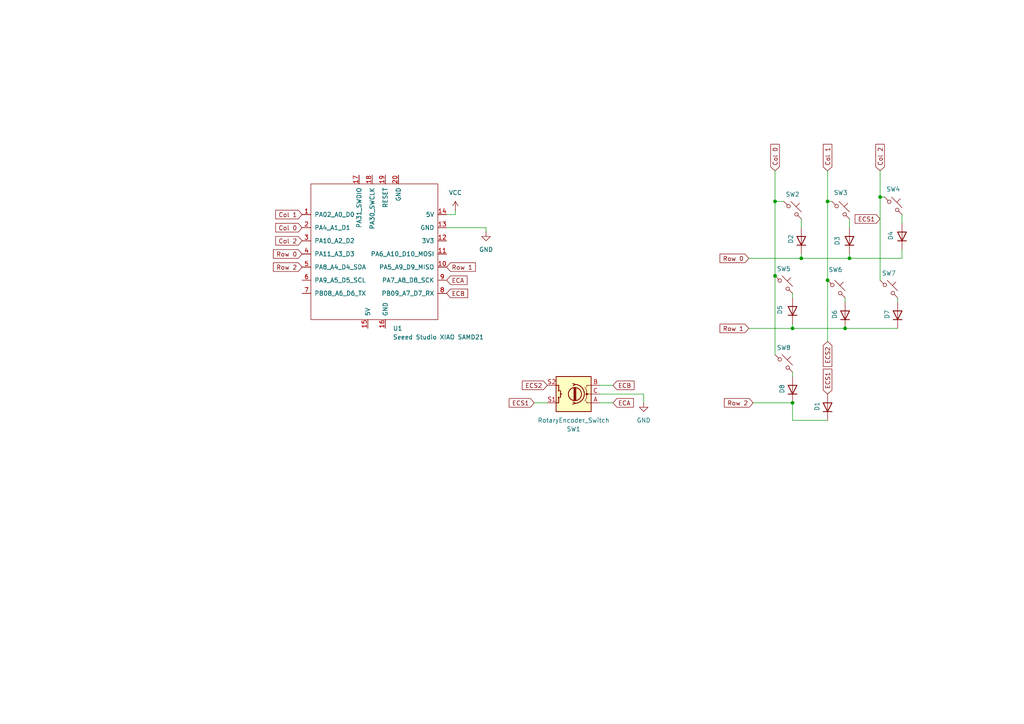
<source format=kicad_sch>
(kicad_sch (version 20231120) (generator "eeschema") (generator_version "8.0")
  (paper "A4")
  (lib_symbols
    (symbol "Device:RotaryEncoder_Switch" (pin_names (offset 0.254) hide)
      (property "Reference" "SW" (at 0 6.604 0))
      (property "Value" "RotaryEncoder_Switch" (at 0 -6.604 0))
      (symbol "RotaryEncoder_Switch_0_1"
        (rectangle (start -5.08 5.08) (end 5.08 -5.08) (stroke (width 0.254)) (fill (type background)))
        (circle (center -3.81 0) (radius 0.254) (fill (type outline)))
        (circle (center -0.381 0) (radius 1.905) (stroke (width 0.254)))
        (arc (start -0.381 2.667) (mid -3.0988 -0.0635) (end -0.381 -2.794) (stroke (width 0.254)))
        (polyline (pts (xy -0.635 -1.778) (xy -0.635 1.778)) (stroke (width 0.254)))
        (polyline (pts (xy -0.381 -1.778) (xy -0.381 1.778)) (stroke (width 0.254)))
        (polyline (pts (xy -0.127 1.778) (xy -0.127 -1.778)) (stroke (width 0.254)))
        (polyline (pts (xy 3.81 0) (xy 3.429 0)) (stroke (width 0.254)))
        (polyline (pts (xy 3.81 1.016) (xy 3.81 -1.016)) (stroke (width 0.254)))
        (polyline (pts (xy -5.08 -2.54) (xy -3.81 -2.54) (xy -3.81 -2.032)))
        (polyline (pts (xy -5.08 2.54) (xy -3.81 2.54) (xy -3.81 2.032)))
        (polyline (pts (xy 0.254 -3.048) (xy -0.508 -2.794) (xy 0.127 -2.413)) (stroke (width 0.254)))
        (polyline (pts (xy 0.254 2.921) (xy -0.508 2.667) (xy 0.127 2.286)) (stroke (width 0.254)))
        (polyline (pts (xy 5.08 -2.54) (xy 4.318 -2.54) (xy 4.318 -1.016)) (stroke (width 0.254)))
        (polyline (pts (xy 5.08 2.54) (xy 4.318 2.54) (xy 4.318 1.016)) (stroke (width 0.254)))
        (polyline (pts (xy -5.08 0) (xy -3.81 0) (xy -3.81 -1.016) (xy -3.302 -2.032)))
        (polyline (pts (xy -4.318 0) (xy -3.81 0) (xy -3.81 1.016) (xy -3.302 2.032)))
        (circle (center 4.318 -1.016) (radius 0.127) (stroke (width 0.254)))
        (circle (center 4.318 1.016) (radius 0.127) (stroke (width 0.254)))
      )
      (symbol "RotaryEncoder_Switch_1_1"
        (pin passive line (at -7.62 2.54 0) (length 2.54) (name "A") (number "A"))
        (pin passive line (at -7.62 -2.54 0) (length 2.54) (name "B") (number "B"))
        (pin passive line (at -7.62 0 0) (length 2.54) (name "C") (number "C"))
        (pin passive line (at 7.62 2.54 180) (length 2.54) (name "S1") (number "S1"))
        (pin passive line (at 7.62 -2.54 180) (length 2.54) (name "S2") (number "S2"))
      )
    )
    (symbol "Diode:1N4148WT" (pin_numbers hide) (pin_names hide)
      (property "Reference" "D" (at 0 2.54 0))
      (property "Value" "1N4148WT" (at 0 -2.54 0))
      (symbol "1N4148WT_0_1"
        (polyline (pts (xy -1.27 1.27) (xy -1.27 -1.27)) (stroke (width 0.254)))
        (polyline (pts (xy 1.27 0) (xy -1.27 0)))
        (polyline (pts (xy 1.27 1.27) (xy 1.27 -1.27) (xy -1.27 0) (xy 1.27 1.27)) (stroke (width 0.254)))
      )
      (symbol "1N4148WT_1_1"
        (pin passive line (at -3.81 0 0) (length 2.54) (name "K") (number "1"))
        (pin passive line (at 3.81 0 180) (length 2.54) (name "A") (number "2"))
      )
    )
    (symbol "Seeed_Studio_XIAO_Series:Seeed Studio XIAO SAMD21" (pin_names (offset 1.016))
      (property "Reference" "U" (at -19.05 22.86 0))
      (property "Value" "Seeed Studio XIAO SAMD21" (at -12.7 21.59 0))
      (symbol "Seeed Studio XIAO SAMD21_0_1"
        (rectangle (start -19.05 20.32) (end 17.78 -19.05))
      )
      (symbol "Seeed Studio XIAO SAMD21_1_1"
        (pin unspecified line (at -21.59 11.43 0) (length 2.54) (name "PA02_A0_D0") (number "1"))
        (pin unspecified line (at 20.32 -3.81 180) (length 2.54) (name "PA5_A9_D9_MISO") (number "10"))
        (pin unspecified line (at 20.32 0 180) (length 2.54) (name "PA6_A10_D10_MOSI") (number "11"))
        (pin unspecified line (at 20.32 3.81 180) (length 2.54) (name "3V3") (number "12"))
        (pin unspecified line (at 20.32 7.62 180) (length 2.54) (name "GND") (number "13"))
        (pin unspecified line (at 20.32 11.43 180) (length 2.54) (name "5V") (number "14"))
        (pin input line (at -2.54 -21.59 90) (length 2.54) (name "5V") (number "15"))
        (pin input line (at 2.54 -21.59 90) (length 2.54) (name "GND") (number "16"))
        (pin input line (at -5.08 22.86 270) (length 2.54) (name "PA31_SWDIO") (number "17"))
        (pin input line (at -1.27 22.86 270) (length 2.54) (name "PA30_SWCLK") (number "18"))
        (pin input line (at 2.54 22.86 270) (length 2.54) (name "RESET") (number "19"))
        (pin unspecified line (at -21.59 7.62 0) (length 2.54) (name "PA4_A1_D1") (number "2"))
        (pin input line (at 6.35 22.86 270) (length 2.54) (name "GND") (number "20"))
        (pin unspecified line (at -21.59 3.81 0) (length 2.54) (name "PA10_A2_D2") (number "3"))
        (pin unspecified line (at -21.59 0 0) (length 2.54) (name "PA11_A3_D3") (number "4"))
        (pin unspecified line (at -21.59 -3.81 0) (length 2.54) (name "PA8_A4_D4_SDA") (number "5"))
        (pin unspecified line (at -21.59 -7.62 0) (length 2.54) (name "PA9_A5_D5_SCL") (number "6"))
        (pin unspecified line (at -21.59 -11.43 0) (length 2.54) (name "PB08_A6_D6_TX") (number "7"))
        (pin unspecified line (at 20.32 -11.43 180) (length 2.54) (name "PB09_A7_D7_RX") (number "8"))
        (pin unspecified line (at 20.32 -7.62 180) (length 2.54) (name "PA7_A8_D8_SCK") (number "9"))
      )
    )
    (symbol "Switch:SW_Push_45deg" (pin_numbers hide) (pin_names (offset 1.016) hide)
      (property "Reference" "SW" (at 3.048 1.016 0))
      (property "Value" "SW_Push_45deg" (at 0 -3.81 0))
      (symbol "SW_Push_45deg_0_1"
        (circle (center -1.1684 1.1684) (radius 0.508))
        (polyline (pts (xy -0.508 2.54) (xy 2.54 -0.508)))
        (polyline (pts (xy 1.016 1.016) (xy 2.032 2.032)))
        (polyline (pts (xy -2.54 2.54) (xy -1.524 1.524) (xy -1.524 1.524)))
        (polyline (pts (xy 1.524 -1.524) (xy 2.54 -2.54) (xy 2.54 -2.54) (xy 2.54 -2.54)))
        (circle (center 1.143 -1.1938) (radius 0.508))
        (pin passive line (at -2.54 2.54 0) (length 0) (name "1") (number "1"))
        (pin passive line (at 2.54 -2.54 180) (length 0) (name "2") (number "2"))
      )
    )
    (symbol "power:GND" (power) (pin_numbers hide) (pin_names (offset 0) hide)
      (property "Value" "GND" (at 0 -3.81 0))
      (symbol "GND_0_1"
        (polyline (pts (xy 0 0) (xy 0 -1.27) (xy 1.27 -1.27) (xy 0 -2.54) (xy -1.27 -1.27) (xy 0 -1.27)))
      )
      (symbol "GND_1_1"
        (pin power_in line (at 0 0 270) (length 0) (name "~") (number "1"))
      )
    )
    (symbol "power:VCC" (power) (pin_numbers hide) (pin_names (offset 0) hide)
      (property "Value" "VCC" (at 0 3.556 0))
      (symbol "VCC_0_1"
        (polyline (pts (xy -0.762 1.27) (xy 0 2.54)))
        (polyline (pts (xy 0 0) (xy 0 2.54)))
        (polyline (pts (xy 0 2.54) (xy 0.762 1.27)))
      )
      (symbol "VCC_1_1"
        (pin power_in line (at 0 0 90) (length 0) (name "~") (number "1"))
      )
    )
  )
  (junction (at 240.03 58.42))
  (junction (at 232.41 74.93))
  (junction (at 229.87 116.84))
  (junction (at 224.79 58.42))
  (junction (at 255.27 57.15))
  (junction (at 246.38 74.93))
  (junction (at 224.79 80.01))
  (junction (at 229.87 95.25))
  (junction (at 240.03 81.28))
  (junction (at 245.11 95.25))
  (wire (pts (xy 186.69 114.3) (xy 186.69 116.84)))
  (wire (pts (xy 229.87 107.95) (xy 229.87 109.22)))
  (wire (pts (xy 140.97 66.04) (xy 140.97 67.31)))
  (wire (pts (xy 260.35 86.36) (xy 260.35 87.63)))
  (wire (pts (xy 129.54 62.23) (xy 132.08 62.23)))
  (wire (pts (xy 261.62 62.23) (xy 261.62 64.77)))
  (wire (pts (xy 229.87 85.09) (xy 229.87 86.36)))
  (wire (pts (xy 232.41 74.93) (xy 232.41 73.66)))
  (wire (pts (xy 154.94 116.84) (xy 158.75 116.84)))
  (wire (pts (xy 246.38 74.93) (xy 246.38 73.66)))
  (wire (pts (xy 224.79 58.42) (xy 224.79 80.01)))
  (wire (pts (xy 217.17 95.25) (xy 229.87 95.25)))
  (wire (pts (xy 229.87 121.92) (xy 229.87 116.84)))
  (wire (pts (xy 173.99 111.76) (xy 177.8 111.76)))
  (wire (pts (xy 132.08 62.23) (xy 132.08 60.96)))
  (wire (pts (xy 240.03 49.53) (xy 240.03 58.42)))
  (wire (pts (xy 240.03 58.42) (xy 240.03 81.28)))
  (wire (pts (xy 173.99 116.84) (xy 177.8 116.84)))
  (wire (pts (xy 173.99 114.3) (xy 186.69 114.3)))
  (wire (pts (xy 229.87 95.25) (xy 245.11 95.25)))
  (wire (pts (xy 245.11 86.36) (xy 245.11 87.63)))
  (wire (pts (xy 261.62 74.93) (xy 261.62 72.39)))
  (wire (pts (xy 246.38 63.5) (xy 246.38 66.04)))
  (wire (pts (xy 255.27 57.15) (xy 255.27 49.53)))
  (wire (pts (xy 240.03 121.92) (xy 229.87 121.92)))
  (wire (pts (xy 217.17 74.93) (xy 232.41 74.93)))
  (wire (pts (xy 232.41 63.5) (xy 232.41 66.04)))
  (wire (pts (xy 227.33 58.42) (xy 224.79 58.42)))
  (wire (pts (xy 245.11 95.25) (xy 260.35 95.25)))
  (wire (pts (xy 218.44 116.84) (xy 229.87 116.84)))
  (wire (pts (xy 255.27 57.15) (xy 255.27 81.28)))
  (wire (pts (xy 224.79 49.53) (xy 224.79 58.42)))
  (wire (pts (xy 229.87 95.25) (xy 229.87 93.98)))
  (wire (pts (xy 129.54 66.04) (xy 140.97 66.04)))
  (wire (pts (xy 232.41 74.93) (xy 246.38 74.93)))
  (wire (pts (xy 240.03 81.28) (xy 240.03 99.06)))
  (wire (pts (xy 240.03 58.42) (xy 241.3 58.42)))
  (wire (pts (xy 224.79 80.01) (xy 224.79 102.87)))
  (wire (pts (xy 256.54 57.15) (xy 255.27 57.15)))
  (wire (pts (xy 246.38 74.93) (xy 261.62 74.93)))
  (global_label "Col 1" (shape input) (at 240.03 49.53 90) (property "Intersheetrefs" "${INTERSHEET_REFS}" (effects (hide yes))))
  (global_label "Row 1" (shape input) (at 129.54 77.47 0) (property "Intersheetrefs" "${INTERSHEET_REFS}" (effects (hide yes))))
  (global_label "Row 2" (shape input) (at 87.63 77.47 180) (property "Intersheetrefs" "${INTERSHEET_REFS}" (effects (hide yes))))
  (global_label "ECS1" (shape input) (at 255.27 63.5 180) (property "Intersheetrefs" "${INTERSHEET_REFS}" (effects (hide yes))))
  (global_label "Col 2" (shape input) (at 87.63 69.85 180) (property "Intersheetrefs" "${INTERSHEET_REFS}" (effects (hide yes))))
  (global_label "Row 2" (shape input) (at 218.44 116.84 180) (property "Intersheetrefs" "${INTERSHEET_REFS}" (effects (hide yes))))
  (global_label "ECB" (shape input) (at 177.8 111.76 0) (property "Intersheetrefs" "${INTERSHEET_REFS}" (effects (hide yes))))
  (global_label "Row 0" (shape input) (at 217.17 74.93 180) (property "Intersheetrefs" "${INTERSHEET_REFS}" (effects (hide yes))))
  (global_label "ECA" (shape input) (at 177.8 116.84 0) (property "Intersheetrefs" "${INTERSHEET_REFS}" (effects (hide yes))))
  (global_label "Col 1" (shape input) (at 87.63 62.23 180) (property "Intersheetrefs" "${INTERSHEET_REFS}" (effects (hide yes))))
  (global_label "ECA" (shape input) (at 129.54 81.28 0) (property "Intersheetrefs" "${INTERSHEET_REFS}" (effects (hide yes))))
  (global_label "Col 2" (shape input) (at 255.27 49.53 90) (property "Intersheetrefs" "${INTERSHEET_REFS}" (effects (hide yes))))
  (global_label "Row 1" (shape input) (at 217.17 95.25 180) (property "Intersheetrefs" "${INTERSHEET_REFS}" (effects (hide yes))))
  (global_label "ECS1" (shape input) (at 240.03 114.3 90) (property "Intersheetrefs" "${INTERSHEET_REFS}" (effects (hide yes))))
  (global_label "ECS2" (shape input) (at 158.75 111.76 180) (property "Intersheetrefs" "${INTERSHEET_REFS}" (effects (hide yes))))
  (global_label "ECB" (shape input) (at 129.54 85.09 0) (property "Intersheetrefs" "${INTERSHEET_REFS}" (effects (hide yes))))
  (global_label "Col 0" (shape input) (at 224.79 49.53 90) (property "Intersheetrefs" "${INTERSHEET_REFS}" (effects (hide yes))))
  (global_label "Row 0" (shape input) (at 87.63 73.66 180) (property "Intersheetrefs" "${INTERSHEET_REFS}" (effects (hide yes))))
  (global_label "Col 0" (shape input) (at 87.63 66.04 180) (property "Intersheetrefs" "${INTERSHEET_REFS}" (effects (hide yes))))
  (global_label "ECS2" (shape input) (at 240.03 99.06 270) (property "Intersheetrefs" "${INTERSHEET_REFS}" (effects (hide yes))))
  (global_label "ECS1" (shape input) (at 154.94 116.84 180) (property "Intersheetrefs" "${INTERSHEET_REFS}" (effects (hide yes))))
  (symbol (lib_id "Diode:1N4148WT") (at 229.87 113.03 90) (unit 1)
    (property "Reference" "D8" (at 226.822 112.776 0))
    (property "Value" "1N4148WT" (effects (hide yes)))
    (property "Footprint" "Diode_THT:D_DO-35_SOD27_P7.62mm_Horizontal" (effects (hide yes)))
    (property "Datasheet" "https://www.diodes.com/assets/Datasheets/ds30396.pdf" (effects (hide yes)))
    (property "Description" "75V 0.15A Fast switching Diode, SOD-523" (effects (hide yes)))
    (property "Sim.Device" "D" (effects (hide yes)))
    (property "Sim.Pins" "1=K 2=A" (effects (hide yes)))
  )
  (symbol (lib_id "Switch:SW_Push_45deg") (at 227.33 105.41 0) (unit 1)
    (property "Reference" "SW8" (at 227.33 100.838 0))
    (property "Value" "SW_Push_45deg" (effects (hide yes)))
    (property "Footprint" "Button_Switch_Keyboard:SW_Cherry_MX_1.00u_PCB" (effects (hide yes)))
    (property "Description" "Push button switch, normally open, two pins, 45° tilted" (effects (hide yes)))
  )
  (symbol (lib_id "power:VCC") (at 132.08 60.96 0) (unit 1)
    (property "Reference" "#PWR03" (effects (hide yes)))
    (property "Value" "VCC" (at 132.08 55.88 0))
    (property "Description" "Power symbol creates a global label with name \"VCC\"" (effects (hide yes)))
  )
  (symbol (lib_id "Switch:SW_Push_45deg") (at 257.81 83.82 0) (unit 1)
    (property "Reference" "SW7" (at 257.81 79.248 0))
    (property "Value" "SW_Push_45deg" (effects (hide yes)))
    (property "Footprint" "Button_Switch_Keyboard:SW_Cherry_MX_1.00u_PCB" (effects (hide yes)))
    (property "Description" "Push button switch, normally open, two pins, 45° tilted" (effects (hide yes)))
  )
  (symbol (lib_id "power:GND") (at 186.69 116.84 0) (unit 1)
    (property "Reference" "#PWR02" (effects (hide yes)))
    (property "Value" "GND" (at 186.69 121.92 0))
    (property "Description" "Power symbol creates a global label with name \"GND\" , ground" (effects (hide yes)))
  )
  (symbol (lib_id "Diode:1N4148WT") (at 229.87 90.17 90) (unit 1)
    (property "Reference" "D5" (at 226.1874 89.8606 0))
    (property "Value" "1N4148WT" (effects (hide yes)))
    (property "Footprint" "Diode_THT:D_DO-35_SOD27_P7.62mm_Horizontal" (effects (hide yes)))
    (property "Datasheet" "https://www.diodes.com/assets/Datasheets/ds30396.pdf" (effects (hide yes)))
    (property "Description" "75V 0.15A Fast switching Diode, SOD-523" (effects (hide yes)))
    (property "Sim.Device" "D" (effects (hide yes)))
    (property "Sim.Pins" "1=K 2=A" (effects (hide yes)))
  )
  (symbol (lib_id "Diode:1N4148WT") (at 260.35 91.44 90) (unit 1)
    (property "Reference" "D7" (at 257.302 91.186 0))
    (property "Value" "1N4148WT" (effects (hide yes)))
    (property "Footprint" "Diode_THT:D_DO-35_SOD27_P7.62mm_Horizontal" (effects (hide yes)))
    (property "Datasheet" "https://www.diodes.com/assets/Datasheets/ds30396.pdf" (effects (hide yes)))
    (property "Description" "75V 0.15A Fast switching Diode, SOD-523" (effects (hide yes)))
    (property "Sim.Device" "D" (effects (hide yes)))
    (property "Sim.Pins" "1=K 2=A" (effects (hide yes)))
  )
  (symbol (lib_id "Device:RotaryEncoder_Switch") (at 166.37 114.3 180) (unit 1)
    (property "Reference" "SW1" (at 166.37 124.46 0))
    (property "Value" "RotaryEncoder_Switch" (at 166.37 121.92 0))
    (property "Footprint" "Rotary_Encoder:RotaryEncoder_Alps_EC11E-Switch_Vertical_H20mm" (effects (hide yes)))
    (property "Description" "Rotary encoder, dual channel, incremental quadrate outputs, with switch" (effects (hide yes)))
  )
  (symbol (lib_id "Diode:1N4148WT") (at 246.38 69.85 90) (unit 1)
    (property "Reference" "D3" (at 242.824 69.85 0))
    (property "Value" "1N4148WT" (effects (hide yes)))
    (property "Footprint" "Diode_THT:D_DO-35_SOD27_P7.62mm_Horizontal" (effects (hide yes)))
    (property "Datasheet" "https://www.diodes.com/assets/Datasheets/ds30396.pdf" (effects (hide yes)))
    (property "Description" "75V 0.15A Fast switching Diode, SOD-523" (effects (hide yes)))
    (property "Sim.Device" "D" (effects (hide yes)))
    (property "Sim.Pins" "1=K 2=A" (effects (hide yes)))
  )
  (symbol (lib_id "Seeed_Studio_XIAO_Series:Seeed Studio XIAO SAMD21") (at 109.22 73.66 0) (unit 1)
    (property "Reference" "U1" (at 113.9541 95.25 0) (effects (justify left)))
    (property "Value" "Seeed Studio XIAO SAMD21" (at 113.9541 97.79 0) (effects (justify left)))
    (property "Footprint" "Seeed Studio XIAO Series Library:XIAO-Generic-Thruhole-14P-2.54-21X17.8MM" (effects (hide yes)))
  )
  (symbol (lib_id "Switch:SW_Push_45deg") (at 227.33 82.55 0) (unit 1)
    (property "Reference" "SW5" (at 227.33 77.978 0))
    (property "Value" "SW_Push_45deg" (effects (hide yes)))
    (property "Footprint" "Button_Switch_Keyboard:SW_Cherry_MX_1.00u_PCB" (effects (hide yes)))
    (property "Description" "Push button switch, normally open, two pins, 45° tilted" (effects (hide yes)))
  )
  (symbol (lib_id "Diode:1N4148WT") (at 261.62 68.58 90) (unit 1)
    (property "Reference" "D4" (at 258.318 68.326 0))
    (property "Value" "1N4148WT" (effects (hide yes)))
    (property "Footprint" "Diode_THT:D_DO-35_SOD27_P7.62mm_Horizontal" (effects (hide yes)))
    (property "Datasheet" "https://www.diodes.com/assets/Datasheets/ds30396.pdf" (effects (hide yes)))
    (property "Description" "75V 0.15A Fast switching Diode, SOD-523" (effects (hide yes)))
    (property "Sim.Device" "D" (effects (hide yes)))
    (property "Sim.Pins" "1=K 2=A" (effects (hide yes)))
  )
  (symbol (lib_id "Switch:SW_Push_45deg") (at 259.08 59.69 0) (unit 1)
    (property "Reference" "SW4" (at 259.08 54.864 0))
    (property "Value" "SW_Push_45deg" (effects (hide yes)))
    (property "Footprint" "Button_Switch_Keyboard:SW_Cherry_MX_1.00u_PCB" (effects (hide yes)))
    (property "Description" "Push button switch, normally open, two pins, 45° tilted" (effects (hide yes)))
  )
  (symbol (lib_id "power:GND") (at 140.97 67.31 0) (unit 1)
    (property "Reference" "#PWR01" (effects (hide yes)))
    (property "Value" "GND" (at 140.97 72.39 0))
    (property "Description" "Power symbol creates a global label with name \"GND\" , ground" (effects (hide yes)))
  )
  (symbol (lib_id "Switch:SW_Push_45deg") (at 243.84 60.96 0) (unit 1)
    (property "Reference" "SW3" (at 243.84 55.88 0))
    (property "Value" "SW_Push_45deg" (effects (hide yes)))
    (property "Footprint" "Button_Switch_Keyboard:SW_Cherry_MX_1.00u_PCB" (effects (hide yes)))
    (property "Description" "Push button switch, normally open, two pins, 45° tilted" (effects (hide yes)))
  )
  (symbol (lib_id "Switch:SW_Push_45deg") (at 242.57 83.82 0) (unit 1)
    (property "Reference" "SW6" (at 242.316 78.232 0))
    (property "Value" "SW_Push_45deg" (effects (hide yes)))
    (property "Footprint" "Button_Switch_Keyboard:SW_Cherry_MX_1.00u_PCB" (effects (hide yes)))
    (property "Description" "Push button switch, normally open, two pins, 45° tilted" (effects (hide yes)))
  )
  (symbol (lib_id "Switch:SW_Push_45deg") (at 229.87 60.96 0) (unit 1)
    (property "Reference" "SW2" (at 229.87 56.388 0))
    (property "Value" "SW_Push_45deg" (effects (hide yes)))
    (property "Footprint" "Button_Switch_Keyboard:SW_Cherry_MX_1.00u_PCB" (effects (hide yes)))
    (property "Description" "Push button switch, normally open, two pins, 45° tilted" (effects (hide yes)))
  )
  (symbol (lib_id "Diode:1N4148WT") (at 245.11 91.44 90) (unit 1)
    (property "Reference" "D6" (at 242.062 91.186 0))
    (property "Value" "1N4148WT" (effects (hide yes)))
    (property "Footprint" "Diode_THT:D_DO-35_SOD27_P7.62mm_Horizontal" (effects (hide yes)))
    (property "Datasheet" "https://www.diodes.com/assets/Datasheets/ds30396.pdf" (effects (hide yes)))
    (property "Description" "75V 0.15A Fast switching Diode, SOD-523" (effects (hide yes)))
    (property "Sim.Device" "D" (effects (hide yes)))
    (property "Sim.Pins" "1=K 2=A" (effects (hide yes)))
  )
  (symbol (lib_id "Diode:1N4148WT") (at 240.03 118.11 90) (unit 1)
    (property "Reference" "D1" (at 236.982 117.856 0))
    (property "Value" "1N4148WT" (effects (hide yes)))
    (property "Footprint" "Diode_THT:D_DO-35_SOD27_P7.62mm_Horizontal" (effects (hide yes)))
    (property "Datasheet" "https://www.diodes.com/assets/Datasheets/ds30396.pdf" (effects (hide yes)))
    (property "Description" "75V 0.15A Fast switching Diode, SOD-523" (effects (hide yes)))
    (property "Sim.Device" "D" (effects (hide yes)))
    (property "Sim.Pins" "1=K 2=A" (effects (hide yes)))
  )
  (symbol (lib_id "Diode:1N4148WT") (at 232.41 69.85 90) (unit 1)
    (property "Reference" "D2" (at 229.362 69.342 0))
    (property "Value" "1N4148WT" (effects (hide yes)))
    (property "Footprint" "Diode_THT:D_DO-35_SOD27_P7.62mm_Horizontal" (effects (hide yes)))
    (property "Datasheet" "https://www.diodes.com/assets/Datasheets/ds30396.pdf" (effects (hide yes)))
    (property "Description" "75V 0.15A Fast switching Diode, SOD-523" (effects (hide yes)))
    (property "Sim.Device" "D" (effects (hide yes)))
    (property "Sim.Pins" "1=K 2=A" (effects (hide yes)))
  )
)
</source>
